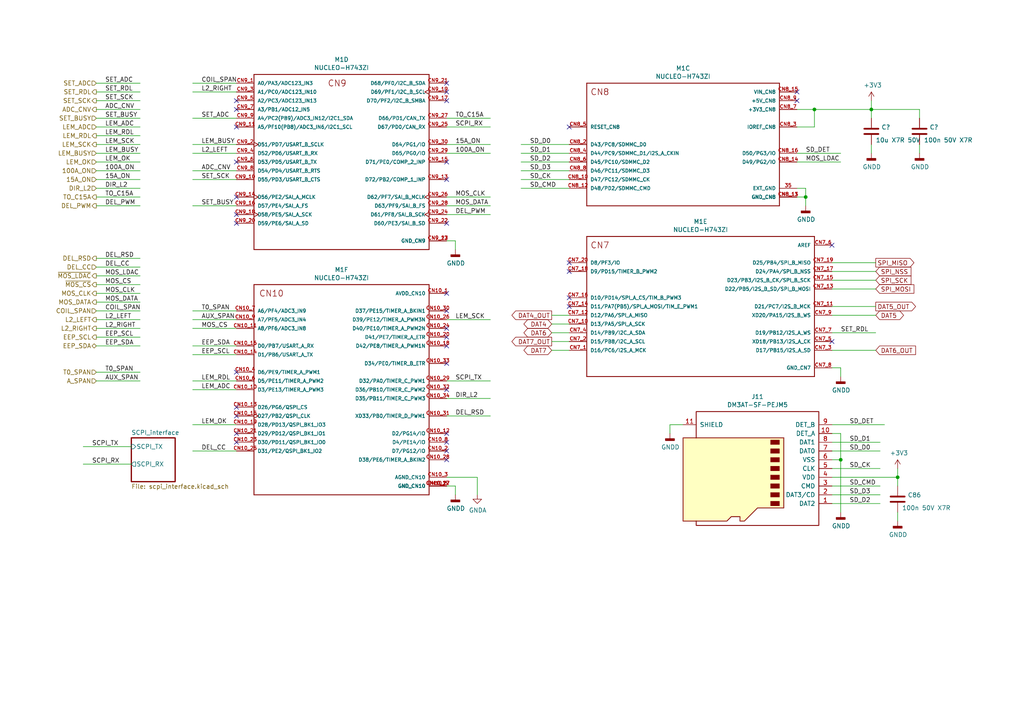
<source format=kicad_sch>
(kicad_sch (version 20230121) (generator eeschema)
  (paper "A4")
  (title_block (title "MOT coils current 100A controller ") (date "2023-11-27") (rev "2_Artiq") (company "Nicolaus Copernicus University in Toruń") (comment 1 "KL FAMO") (comment 2 "Kasli / Sinara compatible version") (comment 4 "designed by Adam Ledziński"))
  (junction (at 236.22 31.75))
  (junction (at 252.73 31.75))
  (junction (at 233.68 57.15))
  (junction (at 260.35 138.43))
  (junction (at 243.84 133.35))
  (no_connect (at 129.54 64.77))
  (no_connect (at 129.54 90.17))
  (no_connect (at 241.3 71.12))
  (no_connect (at 68.58 107.95))
  (no_connect (at 129.54 24.13))
  (no_connect (at 129.54 97.79))
  (no_connect (at 165.1 86.36))
  (no_connect (at 231.14 26.67))
  (no_connect (at 165.1 88.9))
  (no_connect (at 129.54 29.21))
  (no_connect (at 129.54 128.27))
  (no_connect (at 129.54 133.35))
  (no_connect (at 68.58 31.75))
  (no_connect (at 129.54 113.03))
  (no_connect (at 129.54 95.25))
  (no_connect (at 68.58 125.73))
  (no_connect (at 68.58 64.77))
  (no_connect (at 165.1 36.83))
  (no_connect (at 68.58 29.21))
  (no_connect (at 231.14 29.21))
  (no_connect (at 68.58 118.11))
  (no_connect (at 68.58 128.27))
  (no_connect (at 68.58 36.83))
  (no_connect (at 165.1 76.2))
  (no_connect (at 165.1 78.74))
  (no_connect (at 241.3 99.06))
  (no_connect (at 68.58 57.15))
  (no_connect (at 129.54 26.67))
  (no_connect (at 68.58 46.99))
  (no_connect (at 129.54 52.07))
  (no_connect (at 68.58 62.23))
  (no_connect (at 68.58 120.65))
  (no_connect (at 129.54 100.33))
  (no_connect (at 129.54 46.99))
  (no_connect (at 129.54 85.09))
  (no_connect (at 129.54 130.81))
  (no_connect (at 129.54 105.41))
  (no_connect (at 129.54 125.73))
  (wire (pts (xy 27.94 107.95) (xy 40.64 107.95)))
  (wire (pts (xy 243.84 44.45) (xy 231.14 44.45)))
  (wire (pts (xy 138.43 138.43) (xy 129.54 138.43)))
  (wire (pts (xy 233.68 57.15) (xy 233.68 54.61)))
  (wire (pts (xy 165.1 41.91) (xy 151.13 41.91)))
  (wire (pts (xy 231.14 57.15) (xy 233.68 57.15)))
  (wire (pts (xy 165.1 96.52) (xy 160.02 96.52)))
  (wire (pts (xy 255.27 135.89) (xy 241.3 135.89)))
  (wire (pts (xy 27.94 110.49) (xy 40.64 110.49)))
  (wire (pts (xy 255.27 128.27) (xy 241.3 128.27)))
  (wire (pts (xy 260.35 138.43) (xy 260.35 135.89)))
  (wire (pts (xy 243.84 46.99) (xy 231.14 46.99)))
  (wire (pts (xy 236.22 31.75) (xy 252.73 31.75)))
  (wire (pts (xy 55.88 102.87) (xy 68.58 102.87)))
  (wire (pts (xy 198.12 123.19) (xy 194.31 123.19)))
  (wire (pts (xy 40.64 92.71) (xy 27.94 92.71)))
  (wire (pts (xy 24.13 129.54) (xy 38.1 129.54)))
  (wire (pts (xy 68.58 95.25) (xy 55.88 95.25)))
  (wire (pts (xy 260.35 151.13) (xy 260.35 148.59)))
  (wire (pts (xy 241.3 138.43) (xy 260.35 138.43)))
  (wire (pts (xy 68.58 113.03) (xy 55.88 113.03)))
  (wire (pts (xy 236.22 36.83) (xy 231.14 36.83)))
  (wire (pts (xy 40.64 54.61) (xy 27.94 54.61)))
  (wire (pts (xy 231.14 31.75) (xy 236.22 31.75)))
  (wire (pts (xy 68.58 44.45) (xy 55.88 44.45)))
  (wire (pts (xy 40.64 80.01) (xy 27.94 80.01)))
  (wire (pts (xy 68.58 34.29) (xy 55.88 34.29)))
  (wire (pts (xy 142.24 115.57) (xy 129.54 115.57)))
  (wire (pts (xy 40.64 36.83) (xy 27.94 36.83)))
  (wire (pts (xy 194.31 123.19) (xy 194.31 125.73)))
  (wire (pts (xy 252.73 31.75) (xy 266.7 31.75)))
  (wire (pts (xy 132.08 69.85) (xy 132.08 72.39)))
  (wire (pts (xy 40.64 46.99) (xy 27.94 46.99)))
  (wire (pts (xy 241.3 81.28) (xy 254 81.28)))
  (wire (pts (xy 142.24 44.45) (xy 129.54 44.45)))
  (wire (pts (xy 160.02 101.6) (xy 165.1 101.6)))
  (wire (pts (xy 241.3 125.73) (xy 243.84 125.73)))
  (wire (pts (xy 68.58 26.67) (xy 55.88 26.67)))
  (wire (pts (xy 68.58 24.13) (xy 55.88 24.13)))
  (wire (pts (xy 55.88 52.07) (xy 68.58 52.07)))
  (wire (pts (xy 142.24 34.29) (xy 129.54 34.29)))
  (wire (pts (xy 241.3 106.68) (xy 243.84 106.68)))
  (wire (pts (xy 129.54 92.71) (xy 142.24 92.71)))
  (wire (pts (xy 27.94 39.37) (xy 40.64 39.37)))
  (wire (pts (xy 142.24 59.69) (xy 129.54 59.69)))
  (wire (pts (xy 40.64 44.45) (xy 27.94 44.45)))
  (wire (pts (xy 255.27 146.05) (xy 241.3 146.05)))
  (wire (pts (xy 68.58 130.81) (xy 55.88 130.81)))
  (wire (pts (xy 40.64 77.47) (xy 27.94 77.47)))
  (wire (pts (xy 40.64 24.13) (xy 27.94 24.13)))
  (wire (pts (xy 254 78.74) (xy 241.3 78.74)))
  (wire (pts (xy 255.27 130.81) (xy 241.3 130.81)))
  (wire (pts (xy 40.64 74.93) (xy 27.94 74.93)))
  (wire (pts (xy 40.64 85.09) (xy 27.94 85.09)))
  (wire (pts (xy 243.84 148.59) (xy 243.84 133.35)))
  (wire (pts (xy 55.88 49.53) (xy 68.58 49.53)))
  (wire (pts (xy 142.24 120.65) (xy 129.54 120.65)))
  (wire (pts (xy 165.1 54.61) (xy 151.13 54.61)))
  (wire (pts (xy 260.35 138.43) (xy 260.35 140.97)))
  (wire (pts (xy 55.88 90.17) (xy 68.58 90.17)))
  (wire (pts (xy 129.54 140.97) (xy 132.08 140.97)))
  (wire (pts (xy 241.3 76.2) (xy 254 76.2)))
  (wire (pts (xy 40.64 82.55) (xy 27.94 82.55)))
  (wire (pts (xy 233.68 57.15) (xy 233.68 59.69)))
  (wire (pts (xy 40.64 59.69) (xy 27.94 59.69)))
  (wire (pts (xy 252.73 44.45) (xy 252.73 41.91)))
  (wire (pts (xy 55.88 100.33) (xy 68.58 100.33)))
  (wire (pts (xy 27.94 31.75) (xy 40.64 31.75)))
  (wire (pts (xy 142.24 57.15) (xy 129.54 57.15)))
  (wire (pts (xy 68.58 59.69) (xy 55.88 59.69)))
  (wire (pts (xy 55.88 92.71) (xy 68.58 92.71)))
  (wire (pts (xy 55.88 110.49) (xy 68.58 110.49)))
  (wire (pts (xy 266.7 41.91) (xy 266.7 44.45)))
  (wire (pts (xy 129.54 36.83) (xy 142.24 36.83)))
  (wire (pts (xy 40.64 57.15) (xy 27.94 57.15)))
  (wire (pts (xy 243.84 106.68) (xy 243.84 109.22)))
  (wire (pts (xy 27.94 41.91) (xy 40.64 41.91)))
  (wire (pts (xy 252.73 31.75) (xy 252.73 29.21)))
  (wire (pts (xy 233.68 54.61) (xy 231.14 54.61)))
  (wire (pts (xy 40.64 95.25) (xy 27.94 95.25)))
  (wire (pts (xy 160.02 99.06) (xy 165.1 99.06)))
  (wire (pts (xy 129.54 110.49) (xy 142.24 110.49)))
  (wire (pts (xy 255.27 140.97) (xy 241.3 140.97)))
  (wire (pts (xy 243.84 125.73) (xy 243.84 133.35)))
  (wire (pts (xy 68.58 123.19) (xy 55.88 123.19)))
  (wire (pts (xy 241.3 83.82) (xy 254 83.82)))
  (wire (pts (xy 241.3 91.44) (xy 254 91.44)))
  (wire (pts (xy 27.94 26.67) (xy 40.64 26.67)))
  (wire (pts (xy 165.1 44.45) (xy 151.13 44.45)))
  (wire (pts (xy 40.64 87.63) (xy 27.94 87.63)))
  (wire (pts (xy 142.24 41.91) (xy 129.54 41.91)))
  (wire (pts (xy 165.1 46.99) (xy 151.13 46.99)))
  (wire (pts (xy 241.3 96.52) (xy 254 96.52)))
  (wire (pts (xy 142.24 62.23) (xy 129.54 62.23)))
  (wire (pts (xy 129.54 69.85) (xy 132.08 69.85)))
  (wire (pts (xy 255.27 143.51) (xy 241.3 143.51)))
  (wire (pts (xy 165.1 91.44) (xy 160.02 91.44)))
  (wire (pts (xy 24.13 134.62) (xy 38.1 134.62)))
  (wire (pts (xy 165.1 52.07) (xy 151.13 52.07)))
  (wire (pts (xy 40.64 52.07) (xy 27.94 52.07)))
  (wire (pts (xy 165.1 49.53) (xy 151.13 49.53)))
  (wire (pts (xy 241.3 88.9) (xy 254 88.9)))
  (wire (pts (xy 27.94 29.21) (xy 40.64 29.21)))
  (wire (pts (xy 138.43 143.51) (xy 138.43 138.43)))
  (wire (pts (xy 68.58 41.91) (xy 55.88 41.91)))
  (wire (pts (xy 165.1 93.98) (xy 160.02 93.98)))
  (wire (pts (xy 40.64 49.53) (xy 27.94 49.53)))
  (wire (pts (xy 27.94 97.79) (xy 40.64 97.79)))
  (wire (pts (xy 132.08 140.97) (xy 132.08 143.51)))
  (wire (pts (xy 27.94 100.33) (xy 40.64 100.33)))
  (wire (pts (xy 252.73 31.75) (xy 252.73 34.29)))
  (wire (pts (xy 40.64 34.29) (xy 27.94 34.29)))
  (wire (pts (xy 256.54 123.19) (xy 241.3 123.19)))
  (wire (pts (xy 266.7 31.75) (xy 266.7 34.29)))
  (wire (pts (xy 40.64 90.17) (xy 27.94 90.17)))
  (wire (pts (xy 236.22 31.75) (xy 236.22 36.83)))
  (wire (pts (xy 243.84 133.35) (xy 241.3 133.35)))
  (wire (pts (xy 241.3 101.6) (xy 254 101.6)))
  (label "100A_ON" (at 132.08 44.45 0))
  (label "T0_SPAN" (at 58.42 90.17 0))
  (label "SET_RDL" (at 30.48 26.67 0))
  (label "TO_C15A" (at 30.48 57.15 0))
  (label "SD_D1" (at 153.67 44.45 0))
  (label "COIL_SPAN" (at 30.48 90.17 0))
  (label "DEL_PWM" (at 132.08 62.23 0))
  (label "SD_CK" (at 153.67 52.07 0))
  (label "SET_BUSY" (at 30.48 34.29 0))
  (label "MOS_CLK" (at 30.48 85.09 0))
  (label "SCPI_TX" (at 132.08 110.49 0))
  (label "MOS_DATA" (at 30.48 87.63 0))
  (label "SET_SCK" (at 30.48 29.21 0))
  (label "LEM_BUSY" (at 30.48 44.45 0))
  (label "COIL_SPAN" (at 58.42 24.13 0))
  (label "LEM_ADC" (at 30.48 36.83 0))
  (label "EEP_SDA" (at 30.48 100.33 0))
  (label "AUX_SPAN" (at 30.48 110.49 0))
  (label "MOS_CLK" (at 132.08 57.15 0))
  (label "L2_LEFT" (at 30.48 92.71 0))
  (label "DEL_RSD" (at 132.08 120.65 0))
  (label "SD_D3" (at 246.38 143.51 0))
  (label "DIR_L2" (at 132.08 115.57 0))
  (label "EEP_SCL" (at 58.42 102.87 0))
  (label "ADC_CNV" (at 30.48 31.75 0))
  (label "MOS_DATA" (at 132.08 59.69 0))
  (label "MOS_LDAC" (at 30.48 80.01 0))
  (label "L2_RIGHT" (at 30.48 95.25 0))
  (label "MOS_CS" (at 58.42 95.25 0))
  (label "SD_CMD" (at 153.67 54.61 0))
  (label "SD_D0" (at 153.67 41.91 0))
  (label "LEM_ADC" (at 58.42 113.03 0))
  (label "SET_BUSY" (at 58.42 59.69 0))
  (label "15A_ON" (at 30.48 52.07 0))
  (label "L2_RIGHT" (at 58.42 26.67 0))
  (label "SD_DET" (at 233.68 44.45 0))
  (label "MOS_LDAC" (at 233.68 46.99 0))
  (label "SD_CK" (at 246.38 135.89 0))
  (label "ADC_CNV" (at 58.42 49.53 0))
  (label "SCPI_TX" (at 26.67 129.54 0))
  (label "EEP_SDA" (at 58.42 100.33 0))
  (label "DEL_CC" (at 30.48 77.47 0))
  (label "SET_ADC" (at 30.48 24.13 0))
  (label "EEP_SCL" (at 30.48 97.79 0))
  (label "DEL_PWM" (at 30.48 59.69 0))
  (label "100A_ON" (at 30.48 49.53 0))
  (label "LEM_BUSY" (at 58.42 41.91 0))
  (label "SCPI_RX" (at 132.08 36.83 0))
  (label "T0_SPAN" (at 30.48 107.95 0))
  (label "LEM_SCK" (at 132.08 92.71 0))
  (label "LEM_SCK" (at 30.48 41.91 0))
  (label "LEM_OK" (at 30.48 46.99 0))
  (label "SD_D3" (at 153.67 49.53 0))
  (label "SET_RDL" (at 243.84 96.52 0))
  (label "L2_LEFT" (at 58.42 44.45 0))
  (label "TO_C15A" (at 132.08 34.29 0))
  (label "SD_D2" (at 246.38 146.05 0))
  (label "MOS_CS" (at 30.48 82.55 0))
  (label "SD_D2" (at 153.67 46.99 0))
  (label "15A_ON" (at 132.08 41.91 0))
  (label "SD_DET" (at 246.38 123.19 0))
  (label "AUX_SPAN" (at 58.42 92.71 0))
  (label "LEM_RDL" (at 30.48 39.37 0))
  (label "DEL_CC" (at 58.42 130.81 0))
  (label "SET_ADC" (at 58.42 34.29 0))
  (label "DIR_L2" (at 30.48 54.61 0))
  (label "DEL_RSD" (at 30.48 74.93 0))
  (label "LEM_OK" (at 58.42 123.19 0))
  (label "SCPI_RX" (at 26.67 134.62 0))
  (label "LEM_RDL" (at 58.42 110.49 0))
  (label "SD_D0" (at 246.38 130.81 0))
  (label "SD_CMD" (at 246.38 140.97 0))
  (label "SET_SCK" (at 58.42 52.07 0))
  (label "SD_D1" (at 246.38 128.27 0))
  (global_label "DAT7_OUT" (shape output) (at 160.02 99.06 180) (property "Intersheetrefs" "${INTERSHEET_REFS}" (effects hide)))
  (global_label "SPI_SCK" (shape input) (at 254 81.28 0) (property "Intersheetrefs" "${INTERSHEET_REFS}" (effects hide)))
  (global_label "DAT6" (shape bidirectional) (at 160.02 96.52 180) (property "Intersheetrefs" "${INTERSHEET_REFS}" (effects hide)))
  (global_label "DAT4" (shape bidirectional) (at 160.02 93.98 180) (property "Intersheetrefs" "${INTERSHEET_REFS}" (effects hide)))
  (global_label "DAT6_OUT" (shape input) (at 254 101.6 0) (property "Intersheetrefs" "${INTERSHEET_REFS}" (effects hide)))
  (global_label "SPI_MISO" (shape output) (at 254 76.2 0) (property "Intersheetrefs" "${INTERSHEET_REFS}" (effects hide)))
  (global_label "DAT5_OUT" (shape output) (at 254 88.9 0) (property "Intersheetrefs" "${INTERSHEET_REFS}" (effects hide)))
  (global_label "DAT4_OUT" (shape output) (at 160.02 91.44 180) (property "Intersheetrefs" "${INTERSHEET_REFS}" (effects hide)))
  (global_label "SPI_NSS" (shape input) (at 254 78.74 0) (property "Intersheetrefs" "${INTERSHEET_REFS}" (effects hide)))
  (global_label "DAT7" (shape bidirectional) (at 160.02 101.6 180) (property "Intersheetrefs" "${INTERSHEET_REFS}" (effects hide)))
  (global_label "DAT5" (shape bidirectional) (at 254 91.44 0) (property "Intersheetrefs" "${INTERSHEET_REFS}" (effects hide)))
  (global_label "SPI_MOSI" (shape input) (at 254 83.82 0) (property "Intersheetrefs" "${INTERSHEET_REFS}" (effects hide)))
  (hierarchical_label "DEL_RSD" (shape output) (at 27.94 74.93 180))
  (hierarchical_label "L2_RIGHT" (shape output) (at 27.94 95.25 180))
  (hierarchical_label "MOS_CLK" (shape output) (at 27.94 85.09 180))
  (hierarchical_label "EEP_SCL" (shape output) (at 27.94 97.79 180))
  (hierarchical_label "A_SPAN" (shape input) (at 27.94 110.49 180))
  (hierarchical_label "SET_RDL" (shape output) (at 27.94 26.67 180))
  (hierarchical_label "SET_ADC" (shape input) (at 27.94 24.13 180))
  (hierarchical_label "EEP_SDA" (shape bidirectional) (at 27.94 100.33 180))
  (hierarchical_label "ADC_CNV" (shape output) (at 27.94 31.75 180))
  (hierarchical_label "T0_SPAN" (shape input) (at 27.94 107.95 180))
  (hierarchical_label "15A_ON" (shape input) (at 27.94 52.07 180))
  (hierarchical_label "DEL_PWM" (shape output) (at 27.94 59.69 180))
  (hierarchical_label "~{MOS_LDAC}" (shape output) (at 27.94 80.01 180))
  (hierarchical_label "100A_ON" (shape input) (at 27.94 49.53 180))
  (hierarchical_label "LEM_RDL" (shape output) (at 27.94 39.37 180))
  (hierarchical_label "SET_BUSY" (shape input) (at 27.94 34.29 180))
  (hierarchical_label "DEL_CC" (shape input) (at 27.94 77.47 180))
  (hierarchical_label "TO_C15A" (shape output) (at 27.94 57.15 180))
  (hierarchical_label "DIR_L2" (shape input) (at 27.94 54.61 180))
  (hierarchical_label "~{MOS_CS}" (shape output) (at 27.94 82.55 180))
  (hierarchical_label "LEM_SCK" (shape output) (at 27.94 41.91 180))
  (hierarchical_label "LEM_BUSY" (shape input) (at 27.94 44.45 180))
  (hierarchical_label "COIL_SPAN" (shape input) (at 27.94 90.17 180))
  (hierarchical_label "LEM_OK" (shape input) (at 27.94 46.99 180))
  (hierarchical_label "MOS_DATA" (shape output) (at 27.94 87.63 180))
  (hierarchical_label "L2_LEFT" (shape output) (at 27.94 92.71 180))
  (hierarchical_label "SET_SCK" (shape output) (at 27.94 29.21 180))
  (hierarchical_label "LEM_ADC" (shape input) (at 27.94 36.83 180))
  (symbol (lib_id "c100AvA-rescue:Micro_SD_Card_Det-Connector") (at 218.44 135.89 180) (unit 1)
    (property "Reference" "J11" (at 219.71 115.062 0))
    (property "Value" "DM3AT-SF-PEJM5" (at 219.71 117.4242 0))
    (property "Footprint" "Connector_Card:microSD_HC_Hirose_DM3AT-SF-PEJM5" (effects hide))
    (property "Datasheet" "https://www.hirose.com/product/document?clcode=CL0609-0033-6-00&productname=DM3AT-SF-PEJ2M5&series=DM3&documenttype=Catalog&lang=en&documentid=D49662_en" (effects hide))
    (instances (project "c100AvA" (path "" (reference "J11") (unit 1))) (project "current100A_Artiq" (path "" (reference "J3") (unit 1))))
  )
  (symbol (lib_id "power:GNDD") (at 194.31 125.73 0) (unit 1)
    (property "Reference" "#PWR0123" (effects hide))
    (property "Value" "GNDD" (at 194.437 129.6924 0))
    (instances (project "c100AvA" (path "" (reference "#PWR0123") (unit 1))) (project "current100A_Artiq" (path "" (reference "#PWR067") (unit 1))))
  )
  (symbol (lib_id "power:GNDD") (at 243.84 148.59 0) (unit 1)
    (property "Reference" "#PWR0127" (effects hide))
    (property "Value" "GNDD" (at 243.967 152.5524 0))
    (instances (project "c100AvA" (path "" (reference "#PWR0127") (unit 1))) (project "current100A_Artiq" (path "" (reference "#PWR070") (unit 1))))
  )
  (symbol (lib_id "power:+3V3") (at 260.35 135.89 0) (unit 1)
    (property "Reference" "#PWR0130" (effects hide))
    (property "Value" "+3V3" (at 260.731 131.3942 0))
    (instances (project "c100AvA" (path "" (reference "#PWR0130") (unit 1))) (project "current100A_Artiq" (path "" (reference "#PWR073") (unit 1))))
  )
  (symbol (lib_id "Device:C") (at 260.35 144.78 0) (unit 1)
    (property "Reference" "C86" (at 263.271 143.5862 0) (effects (justify left)))
    (property "Value" "100n 50V X7R" (at 261.62 147.32 0) (effects (justify left)))
    (property "Footprint" "Capacitor_SMD:C_0603_1608Metric" (effects hide))
    (instances (project "c100AvA" (path "" (reference "C86") (unit 1)) (path "" (reference "C?") (unit 1))) (project "current100A_Artiq" (path "" (reference "C57") (unit 1))))
  )
  (symbol (lib_id "power:GNDD") (at 260.35 151.13 0) (unit 1)
    (property "Reference" "#PWR0131" (effects hide))
    (property "Value" "GNDD" (at 260.477 155.0924 0))
    (instances (project "c100AvA" (path "" (reference "#PWR0131") (unit 1))) (project "current100A_Artiq" (path "" (reference "#PWR074") (unit 1))))
  )
  (symbol (lib_id "power:GNDD") (at 132.08 143.51 0) (unit 1)
    (property "Reference" "#PWR0120" (effects hide))
    (property "Value" "GNDD" (at 132.207 147.4724 0))
    (instances (project "c100AvA" (path "" (reference "#PWR0120") (unit 1))) (project "current100A_Artiq" (path "" (reference "#PWR065") (unit 1))))
  )
  (symbol (lib_id "power:GNDD") (at 243.84 109.22 0) (unit 1)
    (property "Reference" "#PWR0126" (effects hide))
    (property "Value" "GNDD" (at 243.967 113.1824 0))
    (instances (project "c100AvA" (path "" (reference "#PWR0126") (unit 1))) (project "current100A_Artiq" (path "" (reference "#PWR069") (unit 1))))
  )
  (symbol (lib_id "power:GNDD") (at 233.68 59.69 0) (unit 1)
    (property "Reference" "#PWR0124" (effects hide))
    (property "Value" "GNDD" (at 233.807 63.6524 0))
    (instances (project "c100AvA" (path "" (reference "#PWR0124") (unit 1))) (project "current100A_Artiq" (path "" (reference "#PWR068") (unit 1))))
  )
  (symbol (lib_id "power:GNDD") (at 132.08 72.39 0) (unit 1)
    (property "Reference" "#PWR0119" (effects hide))
    (property "Value" "GNDD" (at 132.207 76.3524 0))
    (instances (project "c100AvA" (path "" (reference "#PWR0119") (unit 1))) (project "current100A_Artiq" (path "" (reference "#PWR064") (unit 1))))
  )
  (symbol (lib_id "power:GNDA") (at 138.43 143.51 0) (unit 1)
    (property "Reference" "#PWR0121" (effects hide))
    (property "Value" "GNDA" (at 138.557 148.0058 0))
    (instances (project "c100AvA" (path "" (reference "#PWR0121") (unit 1))) (project "current100A_Artiq" (path "" (reference "#PWR066") (unit 1))))
  )
  (symbol (lib_id "ff:NUCLEO-H743ZI2") (at 99.06 46.99 0) (unit 4)
    (property "Reference" "M1" (at 99.06 17.272 0))
    (property "Value" "NUCLEO-H743ZI" (at 99.06 19.6342 0))
    (property "Footprint" "ff_lib_7:MODULE_NUCLEO-F746ZG_mini_M" (effects hide))
    (property "Datasheet" "STMicroelectronics" (effects hide))
    (property "Comm" "po1:DS1023-2*8S21,DS1023-2*10S21,DS1023-2*16S21,DS1023-2*17S21" (effects hide))
    (instances (project "c100AvA" (path "" (reference "M1") (unit 4)) (path "" (reference "M?") (unit 4))) (project "current100A_Artiq" (path "" (reference "M1") (unit 4))))
  )
  (symbol (lib_id "ff:NUCLEO-H743ZI2") (at 99.06 113.03 0) (unit 6)
    (property "Reference" "M1" (at 99.06 78.232 0))
    (property "Value" "NUCLEO-H743ZI" (at 99.06 80.5942 0))
    (property "Footprint" "ff_lib_7:MODULE_NUCLEO-F746ZG_mini_M" (effects hide))
    (property "Datasheet" "STMicroelectronics" (effects hide))
    (property "Comm" "po1:DS1023-2*8S21,DS1023-2*10S21,DS1023-2*16S21,DS1023-2*17S21" (effects hide))
    (instances (project "c100AvA" (path "" (reference "M1") (unit 6)) (path "" (reference "M?") (unit 6))) (project "current100A_Artiq" (path "" (reference "M1") (unit 6))))
  )
  (symbol (lib_name "NUCLEO-H743ZI2_1") (lib_id "ff:NUCLEO-H743ZI2") (at 198.12 41.91 0) (unit 3)
    (property "Reference" "M1" (at 198.12 19.812 0))
    (property "Value" "NUCLEO-H743ZI" (at 198.12 22.1742 0))
    (property "Footprint" "ff_lib_7:MODULE_NUCLEO-F746ZG_mini_M" (effects hide))
    (property "Datasheet" "STMicroelectronics" (effects hide))
    (property "Comm" "po1:DS1023-2*8S21,DS1023-2*10S21,DS1023-2*16S21,DS1023-2*17S21" (effects hide))
    (instances (project "c100AvA" (path "" (reference "M1") (unit 3)) (path "" (reference "M?") (unit 3))) (project "current100A_Artiq" (path "" (reference "M1") (unit 3))))
  )
  (symbol (lib_id "Device:C") (at 266.7 38.1 0) (unit 1)
    (property "Reference" "C?" (at 269.621 36.9062 0) (effects (justify left)))
    (property "Value" "100n 50V X7R" (at 267.97 40.64 0) (effects (justify left)))
    (property "Footprint" "Capacitor_SMD:C_0603_1608Metric" (effects hide))
    (instances (project "c100AvA" (path "" (reference "C?") (unit 1)) (path "" (reference "C87") (unit 1))) (project "current100A_Artiq" (path "" (reference "C58") (unit 1))))
  )
  (symbol (lib_id "Device:C") (at 252.73 38.1 0) (unit 1)
    (property "Reference" "C?" (at 255.651 36.9062 0) (effects (justify left)))
    (property "Value" "10u X7R 50V" (at 254 40.64 0) (effects (justify left)))
    (property "Footprint" "Capacitor_SMD:C_1210_3225Metric" (effects hide))
    (instances (project "c100AvA" (path "" (reference "C?") (unit 1)) (path "" (reference "C85") (unit 1))) (project "current100A_Artiq" (path "" (reference "C56") (unit 1))))
  )
  (symbol (lib_id "power:GNDD") (at 252.73 44.45 0) (unit 1)
    (property "Reference" "#PWR0129" (effects hide))
    (property "Value" "GNDD" (at 252.857 48.4124 0))
    (instances (project "c100AvA" (path "" (reference "#PWR0129") (unit 1))) (project "current100A_Artiq" (path "" (reference "#PWR072") (unit 1))))
  )
  (symbol (lib_id "power:GNDD") (at 266.7 44.45 0) (unit 1)
    (property "Reference" "#PWR0132" (effects hide))
    (property "Value" "GNDD" (at 266.827 48.4124 0))
    (instances (project "c100AvA" (path "" (reference "#PWR0132") (unit 1))) (project "current100A_Artiq" (path "" (reference "#PWR075") (unit 1))))
  )
  (symbol (lib_id "ff:NUCLEO-H743ZI2") (at 203.2 88.9 0) (unit 5)
    (property "Reference" "M1" (at 203.2 64.262 0))
    (property "Value" "NUCLEO-H743ZI" (at 203.2 66.6242 0))
    (property "Footprint" "ff_lib_7:MODULE_NUCLEO-F746ZG_mini_M" (effects hide))
    (property "Datasheet" "STMicroelectronics" (effects hide))
    (property "Comm" "po1:DS1023-2*8S21,DS1023-2*10S21,DS1023-2*16S21,DS1023-2*17S21" (effects hide))
    (instances (project "c100AvA" (path "" (reference "M1") (unit 5)) (path "" (reference "M?") (unit 5))) (project "current100A_Artiq" (path "" (reference "M1") (unit 5))))
  )
  (symbol (lib_id "power:+3V3") (at 252.73 29.21 0) (unit 1)
    (property "Reference" "#PWR0130" (effects hide))
    (property "Value" "+3V3" (at 253.111 24.7142 0))
    (instances (project "c100AvA" (path "" (reference "#PWR0130") (unit 1))) (project "current100A_Artiq" (path "" (reference "#PWR071") (unit 1))))
  )
  (sheet (at 38.1 127) (size 12.7 12.7) (stroke (width 0.3048))
    (property "Sheetname" "SCPI_interface" (at 38.1 126.2122 0) (effects (justify left bottom)))
    (property "Sheetfile" "scpi_interface.kicad_sch" (at 38.1 140.3608 0) (effects (justify left top)))
    (pin "SCPI_RX" output (at 38.1 134.62 180))
    (pin "SCPI_TX" input (at 38.1 129.54 180))
  )
)
</source>
